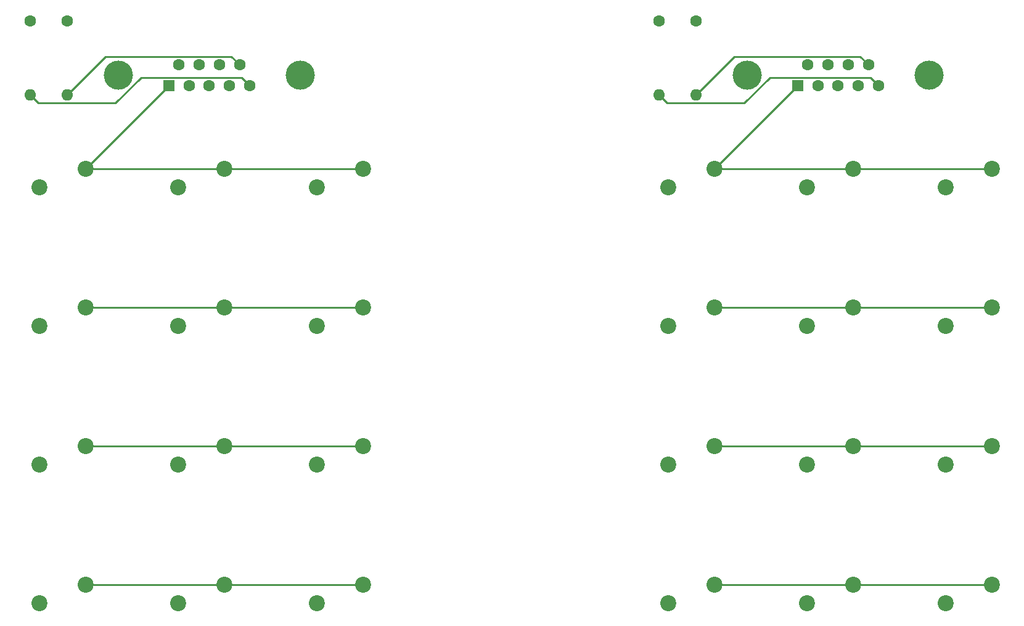
<source format=gbr>
G04 #@! TF.GenerationSoftware,KiCad,Pcbnew,(5.1.6-0-10_14)*
G04 #@! TF.CreationDate,2020-08-17T17:45:07+02:00*
G04 #@! TF.ProjectId,synthcart-ctrl,73796e74-6863-4617-9274-2d6374726c2e,rev?*
G04 #@! TF.SameCoordinates,Original*
G04 #@! TF.FileFunction,Copper,L2,Bot*
G04 #@! TF.FilePolarity,Positive*
%FSLAX46Y46*%
G04 Gerber Fmt 4.6, Leading zero omitted, Abs format (unit mm)*
G04 Created by KiCad (PCBNEW (5.1.6-0-10_14)) date 2020-08-17 17:45:07*
%MOMM*%
%LPD*%
G01*
G04 APERTURE LIST*
G04 #@! TA.AperFunction,ComponentPad*
%ADD10C,2.200000*%
G04 #@! TD*
G04 #@! TA.AperFunction,ComponentPad*
%ADD11C,1.600000*%
G04 #@! TD*
G04 #@! TA.AperFunction,ComponentPad*
%ADD12O,1.600000X1.600000*%
G04 #@! TD*
G04 #@! TA.AperFunction,ComponentPad*
%ADD13R,1.600000X1.600000*%
G04 #@! TD*
G04 #@! TA.AperFunction,ComponentPad*
%ADD14C,4.000000*%
G04 #@! TD*
G04 #@! TA.AperFunction,Conductor*
%ADD15C,0.250000*%
G04 #@! TD*
G04 APERTURE END LIST*
D10*
X128270000Y-128270000D03*
X134620000Y-125730000D03*
X115570000Y-125730000D03*
X109220000Y-128270000D03*
X90170000Y-128270000D03*
X96520000Y-125730000D03*
X134620000Y-106680000D03*
X128270000Y-109220000D03*
X109220000Y-109220000D03*
X115570000Y-106680000D03*
X96520000Y-106680000D03*
X90170000Y-109220000D03*
X128270000Y-90170000D03*
X134620000Y-87630000D03*
X115570000Y-87630000D03*
X109220000Y-90170000D03*
X90170000Y-90170000D03*
X96520000Y-87630000D03*
X134620000Y-68580000D03*
X128270000Y-71120000D03*
X109220000Y-71120000D03*
X115570000Y-68580000D03*
X96520000Y-68580000D03*
X90170000Y-71120000D03*
D11*
X93980000Y-48260000D03*
D12*
X93980000Y-58420000D03*
X88900000Y-58420000D03*
D11*
X88900000Y-48260000D03*
D13*
X107950000Y-57150000D03*
D11*
X110720000Y-57150000D03*
X113490000Y-57150000D03*
X116260000Y-57150000D03*
X119030000Y-57150000D03*
X109335000Y-54310000D03*
X112105000Y-54310000D03*
X114875000Y-54310000D03*
X117645000Y-54310000D03*
D14*
X125990000Y-55730000D03*
X100990000Y-55730000D03*
X187350000Y-55730000D03*
X212350000Y-55730000D03*
D11*
X204005000Y-54310000D03*
X201235000Y-54310000D03*
X198465000Y-54310000D03*
X195695000Y-54310000D03*
X205390000Y-57150000D03*
X202620000Y-57150000D03*
X199850000Y-57150000D03*
X197080000Y-57150000D03*
D13*
X194310000Y-57150000D03*
D11*
X175260000Y-48260000D03*
D12*
X175260000Y-58420000D03*
X180340000Y-58420000D03*
D11*
X180340000Y-48260000D03*
D10*
X176530000Y-71120000D03*
X182880000Y-68580000D03*
X201930000Y-68580000D03*
X195580000Y-71120000D03*
X214630000Y-71120000D03*
X220980000Y-68580000D03*
X182880000Y-87630000D03*
X176530000Y-90170000D03*
X195580000Y-90170000D03*
X201930000Y-87630000D03*
X220980000Y-87630000D03*
X214630000Y-90170000D03*
X176530000Y-109220000D03*
X182880000Y-106680000D03*
X201930000Y-106680000D03*
X195580000Y-109220000D03*
X214630000Y-109220000D03*
X220980000Y-106680000D03*
X182880000Y-125730000D03*
X176530000Y-128270000D03*
X195580000Y-128270000D03*
X201930000Y-125730000D03*
X220980000Y-125730000D03*
X214630000Y-128270000D03*
D15*
X99215001Y-53184999D02*
X93980000Y-58420000D01*
X116519999Y-53184999D02*
X99215001Y-53184999D01*
X117645000Y-54310000D02*
X116519999Y-53184999D01*
X117904999Y-56024999D02*
X104136003Y-56024999D01*
X89699999Y-59219999D02*
X88900000Y-58420000D01*
X90025001Y-59545001D02*
X89699999Y-59219999D01*
X119030000Y-57150000D02*
X117904999Y-56024999D01*
X100616001Y-59545001D02*
X90025001Y-59545001D01*
X104136003Y-56024999D02*
X100616001Y-59545001D01*
X134620000Y-125730000D02*
X115570000Y-125730000D01*
X115570000Y-125730000D02*
X96520000Y-125730000D01*
X134620000Y-106680000D02*
X115570000Y-106680000D01*
X115570000Y-106680000D02*
X96520000Y-106680000D01*
X134620000Y-87630000D02*
X115570000Y-87630000D01*
X115570000Y-87630000D02*
X96520000Y-87630000D01*
X134620000Y-68580000D02*
X115570000Y-68580000D01*
X96520000Y-68580000D02*
X107950000Y-57150000D01*
X115570000Y-68580000D02*
X96520000Y-68580000D01*
X202879999Y-53184999D02*
X185575001Y-53184999D01*
X204005000Y-54310000D02*
X202879999Y-53184999D01*
X185575001Y-53184999D02*
X180340000Y-58420000D01*
X176059999Y-59219999D02*
X175260000Y-58420000D01*
X176385001Y-59545001D02*
X176059999Y-59219999D01*
X186976001Y-59545001D02*
X176385001Y-59545001D01*
X190496003Y-56024999D02*
X186976001Y-59545001D01*
X204264999Y-56024999D02*
X190496003Y-56024999D01*
X205390000Y-57150000D02*
X204264999Y-56024999D01*
X220980000Y-125730000D02*
X201930000Y-125730000D01*
X201930000Y-125730000D02*
X182880000Y-125730000D01*
X220980000Y-106680000D02*
X201930000Y-106680000D01*
X201930000Y-106680000D02*
X182880000Y-106680000D01*
X220980000Y-87630000D02*
X201930000Y-87630000D01*
X201930000Y-87630000D02*
X182880000Y-87630000D01*
X220980000Y-68580000D02*
X201930000Y-68580000D01*
X201930000Y-68580000D02*
X182880000Y-68580000D01*
X182880000Y-68580000D02*
X194310000Y-57150000D01*
M02*

</source>
